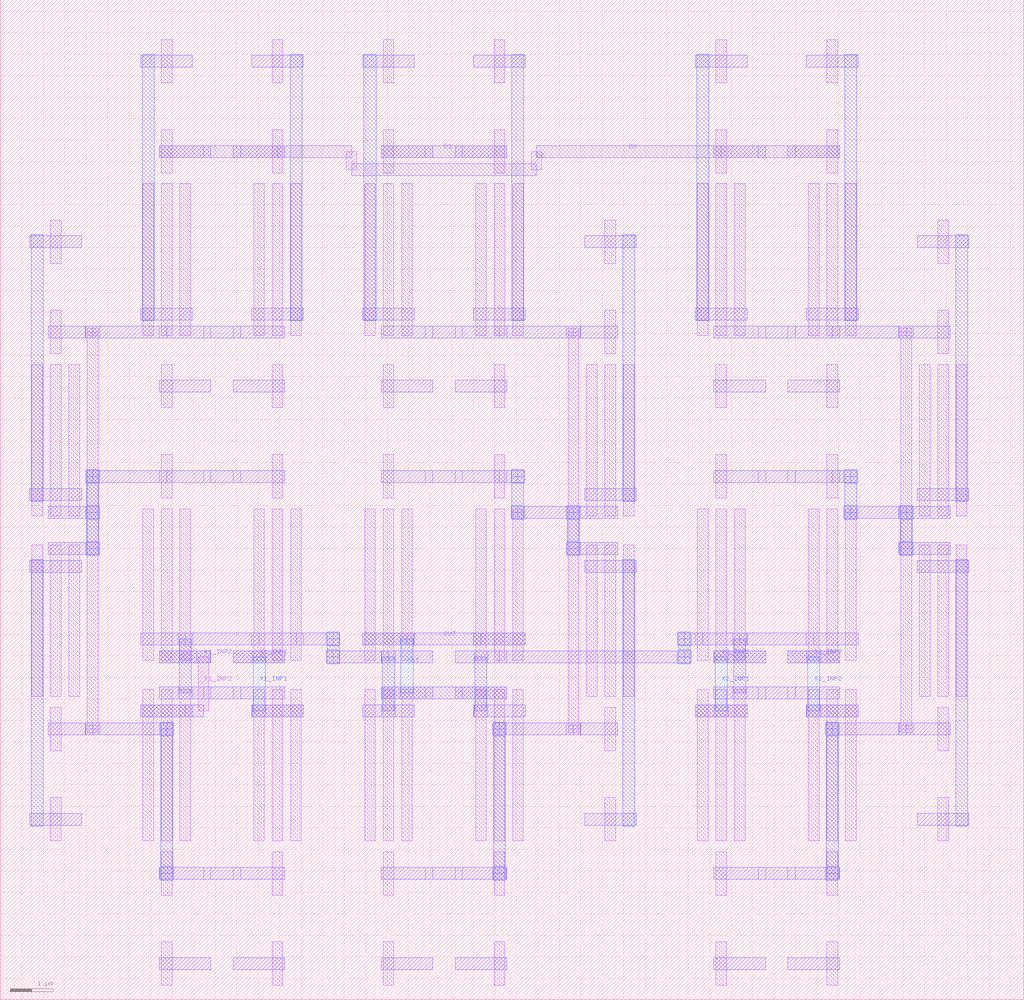
<source format=lef>
MACRO TWOBIT_DAC
  ORIGIN 0 0 ;
  FOREIGN TWOBIT_DAC 0 0 ;
  SIZE 23.81 BY 23.27 ;
  PIN D0
    DIRECTION INOUT ;
    USE SIGNAL ;
    PORT 
      LAYER M2 ;
        RECT 3.7 19.6 4.9 19.88 ;
      LAYER M2 ;
        RECT 5.42 19.6 6.62 19.88 ;
      LAYER M2 ;
        RECT 4.73 19.6 5.59 19.88 ;
      LAYER M2 ;
        RECT 16.6 19.6 17.8 19.88 ;
      LAYER M2 ;
        RECT 18.32 19.6 19.52 19.88 ;
      LAYER M2 ;
        RECT 17.63 19.6 18.49 19.88 ;
      LAYER M2 ;
        RECT 6.45 19.6 8.17 19.88 ;
      LAYER M1 ;
        RECT 8.045 19.32 8.295 19.74 ;
      LAYER M2 ;
        RECT 8.17 19.18 12.47 19.46 ;
      LAYER M1 ;
        RECT 12.345 19.32 12.595 19.74 ;
      LAYER M2 ;
        RECT 12.47 19.6 16.77 19.88 ;
    END
  END D0
  PIN X2_INP1
    DIRECTION INOUT ;
    USE SIGNAL ;
    PORT 
      LAYER M2 ;
        RECT 16.17 6.58 17.37 6.86 ;
      LAYER M2 ;
        RECT 16.6 7.84 17.8 8.12 ;
      LAYER M2 ;
        RECT 16.61 6.58 16.93 6.86 ;
      LAYER M3 ;
        RECT 16.63 6.72 16.91 7.98 ;
      LAYER M2 ;
        RECT 16.61 7.84 16.93 8.12 ;
    END
  END X2_INP1
  PIN X2_INP2
    DIRECTION INOUT ;
    USE SIGNAL ;
    PORT 
      LAYER M2 ;
        RECT 18.75 6.58 19.95 6.86 ;
      LAYER M2 ;
        RECT 18.32 7.84 19.52 8.12 ;
      LAYER M2 ;
        RECT 18.76 6.58 19.08 6.86 ;
      LAYER M3 ;
        RECT 18.78 6.72 19.06 7.98 ;
      LAYER M2 ;
        RECT 18.76 7.84 19.08 8.12 ;
    END
  END X2_INP2
  PIN X1_INP1
    DIRECTION INOUT ;
    USE SIGNAL ;
    PORT 
      LAYER M2 ;
        RECT 5.85 6.58 7.05 6.86 ;
      LAYER M2 ;
        RECT 5.42 7.84 6.62 8.12 ;
      LAYER M2 ;
        RECT 5.86 6.58 6.18 6.86 ;
      LAYER M3 ;
        RECT 5.88 6.72 6.16 7.98 ;
      LAYER M2 ;
        RECT 5.86 7.84 6.18 8.12 ;
    END
  END X1_INP1
  PIN X1_INP2
    DIRECTION INOUT ;
    USE SIGNAL ;
    PORT 
      LAYER M2 ;
        RECT 3.27 6.58 4.47 6.86 ;
      LAYER M2 ;
        RECT 3.7 7.84 4.9 8.12 ;
      LAYER M2 ;
        RECT 4.3 6.58 4.73 6.86 ;
      LAYER M1 ;
        RECT 4.605 6.72 4.855 7.98 ;
      LAYER M2 ;
        RECT 4.57 7.84 4.89 8.12 ;
    END
  END X1_INP2
  PIN D1
    DIRECTION INOUT ;
    USE SIGNAL ;
    PORT 
      LAYER M2 ;
        RECT 8.86 19.6 10.06 19.88 ;
      LAYER M2 ;
        RECT 10.58 19.6 11.78 19.88 ;
      LAYER M2 ;
        RECT 9.89 19.6 10.75 19.88 ;
    END
  END D1
  PIN OUT
    DIRECTION INOUT ;
    USE SIGNAL ;
    PORT 
      LAYER M2 ;
        RECT 8.86 7 10.06 7.28 ;
      LAYER M2 ;
        RECT 8.43 8.26 9.63 8.54 ;
      LAYER M2 ;
        RECT 10.58 7 11.78 7.28 ;
      LAYER M2 ;
        RECT 11.01 8.26 12.21 8.54 ;
      LAYER M2 ;
        RECT 9.3 7 9.62 7.28 ;
      LAYER M3 ;
        RECT 9.32 7.14 9.6 8.4 ;
      LAYER M2 ;
        RECT 9.3 8.26 9.62 8.54 ;
      LAYER M2 ;
        RECT 9.89 7 10.75 7.28 ;
      LAYER M2 ;
        RECT 9.46 8.26 11.18 8.54 ;
    END
  END OUT
  OBS 
  LAYER M2 ;
        RECT 11.01 6.58 12.21 6.86 ;
  LAYER M2 ;
        RECT 10.58 7.84 11.78 8.12 ;
  LAYER M2 ;
        RECT 11.02 6.58 11.34 6.86 ;
  LAYER M3 ;
        RECT 11.04 6.72 11.32 7.98 ;
  LAYER M2 ;
        RECT 11.02 7.84 11.34 8.12 ;
  LAYER M2 ;
        RECT 16.6 7 17.8 7.28 ;
  LAYER M2 ;
        RECT 16.17 8.26 17.37 8.54 ;
  LAYER M2 ;
        RECT 18.32 7 19.52 7.28 ;
  LAYER M2 ;
        RECT 18.75 8.26 19.95 8.54 ;
  LAYER M2 ;
        RECT 17.04 7 17.36 7.28 ;
  LAYER M3 ;
        RECT 17.06 7.14 17.34 8.4 ;
  LAYER M2 ;
        RECT 17.04 8.26 17.36 8.54 ;
  LAYER M2 ;
        RECT 17.63 7 18.49 7.28 ;
  LAYER M2 ;
        RECT 17.2 8.26 18.92 8.54 ;
  LAYER M2 ;
        RECT 11.61 7.84 15.91 8.12 ;
  LAYER M3 ;
        RECT 15.77 7.98 16.05 8.4 ;
  LAYER M2 ;
        RECT 15.91 8.26 16.34 8.54 ;
  LAYER M2 ;
        RECT 15.75 7.84 16.07 8.12 ;
  LAYER M3 ;
        RECT 15.77 7.82 16.05 8.14 ;
  LAYER M2 ;
        RECT 15.75 8.26 16.07 8.54 ;
  LAYER M3 ;
        RECT 15.77 8.24 16.05 8.56 ;
  LAYER M2 ;
        RECT 15.75 7.84 16.07 8.12 ;
  LAYER M3 ;
        RECT 15.77 7.82 16.05 8.14 ;
  LAYER M2 ;
        RECT 15.75 8.26 16.07 8.54 ;
  LAYER M3 ;
        RECT 15.77 8.24 16.05 8.56 ;
  LAYER M2 ;
        RECT 3.7 7 4.9 7.28 ;
  LAYER M2 ;
        RECT 3.27 8.26 4.47 8.54 ;
  LAYER M2 ;
        RECT 5.42 7 6.62 7.28 ;
  LAYER M2 ;
        RECT 5.85 8.26 7.05 8.54 ;
  LAYER M2 ;
        RECT 4.14 7 4.46 7.28 ;
  LAYER M3 ;
        RECT 4.16 7.14 4.44 8.4 ;
  LAYER M2 ;
        RECT 4.14 8.26 4.46 8.54 ;
  LAYER M2 ;
        RECT 4.73 7 5.59 7.28 ;
  LAYER M2 ;
        RECT 4.3 8.26 6.02 8.54 ;
  LAYER M2 ;
        RECT 8.43 6.58 9.63 6.86 ;
  LAYER M2 ;
        RECT 8.86 7.84 10.06 8.12 ;
  LAYER M2 ;
        RECT 8.87 6.58 9.19 6.86 ;
  LAYER M3 ;
        RECT 8.89 6.72 9.17 7.98 ;
  LAYER M2 ;
        RECT 8.87 7.84 9.19 8.12 ;
  LAYER M2 ;
        RECT 6.88 8.26 7.74 8.54 ;
  LAYER M3 ;
        RECT 7.6 7.98 7.88 8.4 ;
  LAYER M2 ;
        RECT 7.74 7.84 9.03 8.12 ;
  LAYER M2 ;
        RECT 7.58 7.84 7.9 8.12 ;
  LAYER M3 ;
        RECT 7.6 7.82 7.88 8.14 ;
  LAYER M2 ;
        RECT 7.58 8.26 7.9 8.54 ;
  LAYER M3 ;
        RECT 7.6 8.24 7.88 8.56 ;
  LAYER M2 ;
        RECT 7.58 7.84 7.9 8.12 ;
  LAYER M3 ;
        RECT 7.6 7.82 7.88 8.14 ;
  LAYER M2 ;
        RECT 7.58 8.26 7.9 8.54 ;
  LAYER M3 ;
        RECT 7.6 8.24 7.88 8.56 ;
  LAYER M2 ;
        RECT 16.6 2.8 17.8 3.08 ;
  LAYER M2 ;
        RECT 18.32 2.8 19.52 3.08 ;
  LAYER M2 ;
        RECT 20.9 6.16 22.1 6.44 ;
  LAYER M2 ;
        RECT 20.9 15.4 22.1 15.68 ;
  LAYER M2 ;
        RECT 18.32 15.4 19.52 15.68 ;
  LAYER M2 ;
        RECT 16.6 15.4 17.8 15.68 ;
  LAYER M2 ;
        RECT 17.63 2.8 18.49 3.08 ;
  LAYER M2 ;
        RECT 19.19 2.8 19.51 3.08 ;
  LAYER M3 ;
        RECT 19.21 2.94 19.49 6.3 ;
  LAYER M2 ;
        RECT 19.35 6.16 21.07 6.44 ;
  LAYER M2 ;
        RECT 20.91 6.16 21.23 6.44 ;
  LAYER M1 ;
        RECT 20.945 6.3 21.195 15.54 ;
  LAYER M2 ;
        RECT 20.91 15.4 21.23 15.68 ;
  LAYER M2 ;
        RECT 19.35 15.4 21.07 15.68 ;
  LAYER M2 ;
        RECT 17.63 15.4 18.49 15.68 ;
  LAYER M2 ;
        RECT 19.19 2.8 19.51 3.08 ;
  LAYER M3 ;
        RECT 19.21 2.78 19.49 3.1 ;
  LAYER M2 ;
        RECT 19.19 6.16 19.51 6.44 ;
  LAYER M3 ;
        RECT 19.21 6.14 19.49 6.46 ;
  LAYER M2 ;
        RECT 19.19 2.8 19.51 3.08 ;
  LAYER M3 ;
        RECT 19.21 2.78 19.49 3.1 ;
  LAYER M2 ;
        RECT 19.19 6.16 19.51 6.44 ;
  LAYER M3 ;
        RECT 19.21 6.14 19.49 6.46 ;
  LAYER M1 ;
        RECT 20.945 6.215 21.195 6.385 ;
  LAYER M2 ;
        RECT 20.9 6.16 21.24 6.44 ;
  LAYER M1 ;
        RECT 20.945 15.455 21.195 15.625 ;
  LAYER M2 ;
        RECT 20.9 15.4 21.24 15.68 ;
  LAYER M2 ;
        RECT 19.19 2.8 19.51 3.08 ;
  LAYER M3 ;
        RECT 19.21 2.78 19.49 3.1 ;
  LAYER M2 ;
        RECT 19.19 6.16 19.51 6.44 ;
  LAYER M3 ;
        RECT 19.21 6.14 19.49 6.46 ;
  LAYER M1 ;
        RECT 20.945 6.215 21.195 6.385 ;
  LAYER M2 ;
        RECT 20.9 6.16 21.24 6.44 ;
  LAYER M1 ;
        RECT 20.945 15.455 21.195 15.625 ;
  LAYER M2 ;
        RECT 20.9 15.4 21.24 15.68 ;
  LAYER M2 ;
        RECT 19.19 2.8 19.51 3.08 ;
  LAYER M3 ;
        RECT 19.21 2.78 19.49 3.1 ;
  LAYER M2 ;
        RECT 19.19 6.16 19.51 6.44 ;
  LAYER M3 ;
        RECT 19.21 6.14 19.49 6.46 ;
  LAYER M1 ;
        RECT 20.945 6.215 21.195 6.385 ;
  LAYER M2 ;
        RECT 20.9 6.16 21.24 6.44 ;
  LAYER M1 ;
        RECT 20.945 15.455 21.195 15.625 ;
  LAYER M2 ;
        RECT 20.9 15.4 21.24 15.68 ;
  LAYER M2 ;
        RECT 19.19 2.8 19.51 3.08 ;
  LAYER M3 ;
        RECT 19.21 2.78 19.49 3.1 ;
  LAYER M2 ;
        RECT 19.19 6.16 19.51 6.44 ;
  LAYER M3 ;
        RECT 19.21 6.14 19.49 6.46 ;
  LAYER M1 ;
        RECT 20.945 6.215 21.195 6.385 ;
  LAYER M2 ;
        RECT 20.9 6.16 21.24 6.44 ;
  LAYER M1 ;
        RECT 20.945 15.455 21.195 15.625 ;
  LAYER M2 ;
        RECT 20.9 15.4 21.24 15.68 ;
  LAYER M2 ;
        RECT 19.19 2.8 19.51 3.08 ;
  LAYER M3 ;
        RECT 19.21 2.78 19.49 3.1 ;
  LAYER M2 ;
        RECT 19.19 6.16 19.51 6.44 ;
  LAYER M3 ;
        RECT 19.21 6.14 19.49 6.46 ;
  LAYER M1 ;
        RECT 20.945 6.215 21.195 6.385 ;
  LAYER M2 ;
        RECT 20.9 6.16 21.24 6.44 ;
  LAYER M1 ;
        RECT 20.945 15.455 21.195 15.625 ;
  LAYER M2 ;
        RECT 20.9 15.4 21.24 15.68 ;
  LAYER M2 ;
        RECT 19.19 2.8 19.51 3.08 ;
  LAYER M3 ;
        RECT 19.21 2.78 19.49 3.1 ;
  LAYER M2 ;
        RECT 19.19 6.16 19.51 6.44 ;
  LAYER M3 ;
        RECT 19.21 6.14 19.49 6.46 ;
  LAYER M1 ;
        RECT 20.945 6.215 21.195 6.385 ;
  LAYER M2 ;
        RECT 20.9 6.16 21.24 6.44 ;
  LAYER M1 ;
        RECT 20.945 15.455 21.195 15.625 ;
  LAYER M2 ;
        RECT 20.9 15.4 21.24 15.68 ;
  LAYER M2 ;
        RECT 19.19 2.8 19.51 3.08 ;
  LAYER M3 ;
        RECT 19.21 2.78 19.49 3.1 ;
  LAYER M2 ;
        RECT 19.19 6.16 19.51 6.44 ;
  LAYER M3 ;
        RECT 19.21 6.14 19.49 6.46 ;
  LAYER M2 ;
        RECT 16.6 12.04 17.8 12.32 ;
  LAYER M2 ;
        RECT 18.32 12.04 19.52 12.32 ;
  LAYER M2 ;
        RECT 20.9 11.2 22.1 11.48 ;
  LAYER M2 ;
        RECT 20.9 10.36 22.1 10.64 ;
  LAYER M2 ;
        RECT 17.63 12.04 18.49 12.32 ;
  LAYER M2 ;
        RECT 19.35 12.04 19.78 12.32 ;
  LAYER M3 ;
        RECT 19.64 11.34 19.92 12.18 ;
  LAYER M2 ;
        RECT 19.78 11.2 21.07 11.48 ;
  LAYER M2 ;
        RECT 20.91 11.2 21.23 11.48 ;
  LAYER M3 ;
        RECT 20.93 10.5 21.21 11.34 ;
  LAYER M2 ;
        RECT 20.91 10.36 21.23 10.64 ;
  LAYER M2 ;
        RECT 19.62 11.2 19.94 11.48 ;
  LAYER M3 ;
        RECT 19.64 11.18 19.92 11.5 ;
  LAYER M2 ;
        RECT 19.62 12.04 19.94 12.32 ;
  LAYER M3 ;
        RECT 19.64 12.02 19.92 12.34 ;
  LAYER M2 ;
        RECT 19.62 11.2 19.94 11.48 ;
  LAYER M3 ;
        RECT 19.64 11.18 19.92 11.5 ;
  LAYER M2 ;
        RECT 19.62 12.04 19.94 12.32 ;
  LAYER M3 ;
        RECT 19.64 12.02 19.92 12.34 ;
  LAYER M2 ;
        RECT 19.62 11.2 19.94 11.48 ;
  LAYER M3 ;
        RECT 19.64 11.18 19.92 11.5 ;
  LAYER M2 ;
        RECT 19.62 12.04 19.94 12.32 ;
  LAYER M3 ;
        RECT 19.64 12.02 19.92 12.34 ;
  LAYER M2 ;
        RECT 20.91 10.36 21.23 10.64 ;
  LAYER M3 ;
        RECT 20.93 10.34 21.21 10.66 ;
  LAYER M2 ;
        RECT 20.91 11.2 21.23 11.48 ;
  LAYER M3 ;
        RECT 20.93 11.18 21.21 11.5 ;
  LAYER M2 ;
        RECT 19.62 11.2 19.94 11.48 ;
  LAYER M3 ;
        RECT 19.64 11.18 19.92 11.5 ;
  LAYER M2 ;
        RECT 19.62 12.04 19.94 12.32 ;
  LAYER M3 ;
        RECT 19.64 12.02 19.92 12.34 ;
  LAYER M2 ;
        RECT 20.91 10.36 21.23 10.64 ;
  LAYER M3 ;
        RECT 20.93 10.34 21.21 10.66 ;
  LAYER M2 ;
        RECT 20.91 11.2 21.23 11.48 ;
  LAYER M3 ;
        RECT 20.93 11.18 21.21 11.5 ;
  LAYER M1 ;
        RECT 19.225 15.455 19.475 18.985 ;
  LAYER M1 ;
        RECT 19.225 19.235 19.475 20.245 ;
  LAYER M1 ;
        RECT 19.225 21.335 19.475 22.345 ;
  LAYER M1 ;
        RECT 18.795 15.455 19.045 18.985 ;
  LAYER M1 ;
        RECT 19.655 15.455 19.905 18.985 ;
  LAYER M2 ;
        RECT 18.75 21.7 19.95 21.98 ;
  LAYER M2 ;
        RECT 18.75 15.82 19.95 16.1 ;
  LAYER M2 ;
        RECT 18.32 15.4 19.52 15.68 ;
  LAYER M2 ;
        RECT 18.32 19.6 19.52 19.88 ;
  LAYER M3 ;
        RECT 19.64 15.8 19.92 22 ;
  LAYER M1 ;
        RECT 21.805 11.255 22.055 14.785 ;
  LAYER M1 ;
        RECT 21.805 15.035 22.055 16.045 ;
  LAYER M1 ;
        RECT 21.805 17.135 22.055 18.145 ;
  LAYER M1 ;
        RECT 21.375 11.255 21.625 14.785 ;
  LAYER M1 ;
        RECT 22.235 11.255 22.485 14.785 ;
  LAYER M2 ;
        RECT 21.33 17.5 22.53 17.78 ;
  LAYER M2 ;
        RECT 21.33 11.62 22.53 11.9 ;
  LAYER M2 ;
        RECT 20.9 11.2 22.1 11.48 ;
  LAYER M2 ;
        RECT 20.9 15.4 22.1 15.68 ;
  LAYER M3 ;
        RECT 22.22 11.6 22.5 17.8 ;
  LAYER M1 ;
        RECT 16.645 15.455 16.895 18.985 ;
  LAYER M1 ;
        RECT 16.645 19.235 16.895 20.245 ;
  LAYER M1 ;
        RECT 16.645 21.335 16.895 22.345 ;
  LAYER M1 ;
        RECT 17.075 15.455 17.325 18.985 ;
  LAYER M1 ;
        RECT 16.215 15.455 16.465 18.985 ;
  LAYER M2 ;
        RECT 16.17 21.7 17.37 21.98 ;
  LAYER M2 ;
        RECT 16.17 15.82 17.37 16.1 ;
  LAYER M2 ;
        RECT 16.6 15.4 17.8 15.68 ;
  LAYER M2 ;
        RECT 16.6 19.6 17.8 19.88 ;
  LAYER M3 ;
        RECT 16.2 15.8 16.48 22 ;
  LAYER M1 ;
        RECT 21.805 7.055 22.055 10.585 ;
  LAYER M1 ;
        RECT 21.805 5.795 22.055 6.805 ;
  LAYER M1 ;
        RECT 21.805 3.695 22.055 4.705 ;
  LAYER M1 ;
        RECT 21.375 7.055 21.625 10.585 ;
  LAYER M1 ;
        RECT 22.235 7.055 22.485 10.585 ;
  LAYER M2 ;
        RECT 21.33 4.06 22.53 4.34 ;
  LAYER M2 ;
        RECT 21.33 9.94 22.53 10.22 ;
  LAYER M2 ;
        RECT 20.9 10.36 22.1 10.64 ;
  LAYER M2 ;
        RECT 20.9 6.16 22.1 6.44 ;
  LAYER M3 ;
        RECT 22.22 4.04 22.5 10.24 ;
  LAYER M1 ;
        RECT 16.645 7.895 16.895 11.425 ;
  LAYER M1 ;
        RECT 16.645 11.675 16.895 12.685 ;
  LAYER M1 ;
        RECT 16.645 13.775 16.895 14.785 ;
  LAYER M1 ;
        RECT 17.075 7.895 17.325 11.425 ;
  LAYER M1 ;
        RECT 16.215 7.895 16.465 11.425 ;
  LAYER M2 ;
        RECT 16.6 14.14 17.8 14.42 ;
  LAYER M2 ;
        RECT 16.6 7.84 17.8 8.12 ;
  LAYER M2 ;
        RECT 16.6 12.04 17.8 12.32 ;
  LAYER M2 ;
        RECT 16.17 8.26 17.37 8.54 ;
  LAYER M1 ;
        RECT 19.225 3.695 19.475 7.225 ;
  LAYER M1 ;
        RECT 19.225 2.435 19.475 3.445 ;
  LAYER M1 ;
        RECT 19.225 0.335 19.475 1.345 ;
  LAYER M1 ;
        RECT 18.795 3.695 19.045 7.225 ;
  LAYER M1 ;
        RECT 19.655 3.695 19.905 7.225 ;
  LAYER M2 ;
        RECT 18.32 0.7 19.52 0.98 ;
  LAYER M2 ;
        RECT 18.32 7 19.52 7.28 ;
  LAYER M2 ;
        RECT 18.32 2.8 19.52 3.08 ;
  LAYER M2 ;
        RECT 18.75 6.58 19.95 6.86 ;
  LAYER M1 ;
        RECT 19.225 7.895 19.475 11.425 ;
  LAYER M1 ;
        RECT 19.225 11.675 19.475 12.685 ;
  LAYER M1 ;
        RECT 19.225 13.775 19.475 14.785 ;
  LAYER M1 ;
        RECT 18.795 7.895 19.045 11.425 ;
  LAYER M1 ;
        RECT 19.655 7.895 19.905 11.425 ;
  LAYER M2 ;
        RECT 18.32 14.14 19.52 14.42 ;
  LAYER M2 ;
        RECT 18.32 7.84 19.52 8.12 ;
  LAYER M2 ;
        RECT 18.32 12.04 19.52 12.32 ;
  LAYER M2 ;
        RECT 18.75 8.26 19.95 8.54 ;
  LAYER M1 ;
        RECT 16.645 3.695 16.895 7.225 ;
  LAYER M1 ;
        RECT 16.645 2.435 16.895 3.445 ;
  LAYER M1 ;
        RECT 16.645 0.335 16.895 1.345 ;
  LAYER M1 ;
        RECT 17.075 3.695 17.325 7.225 ;
  LAYER M1 ;
        RECT 16.215 3.695 16.465 7.225 ;
  LAYER M2 ;
        RECT 16.6 0.7 17.8 0.98 ;
  LAYER M2 ;
        RECT 16.6 7 17.8 7.28 ;
  LAYER M2 ;
        RECT 16.6 2.8 17.8 3.08 ;
  LAYER M2 ;
        RECT 16.17 6.58 17.37 6.86 ;
  LAYER M2 ;
        RECT 3.7 2.8 4.9 3.08 ;
  LAYER M2 ;
        RECT 5.42 2.8 6.62 3.08 ;
  LAYER M2 ;
        RECT 1.12 6.16 2.32 6.44 ;
  LAYER M2 ;
        RECT 1.12 15.4 2.32 15.68 ;
  LAYER M2 ;
        RECT 3.7 15.4 4.9 15.68 ;
  LAYER M2 ;
        RECT 5.42 15.4 6.62 15.68 ;
  LAYER M2 ;
        RECT 4.73 2.8 5.59 3.08 ;
  LAYER M2 ;
        RECT 3.71 2.8 4.03 3.08 ;
  LAYER M3 ;
        RECT 3.73 2.94 4.01 6.3 ;
  LAYER M2 ;
        RECT 2.15 6.16 3.87 6.44 ;
  LAYER M2 ;
        RECT 1.99 6.16 2.31 6.44 ;
  LAYER M1 ;
        RECT 2.025 6.3 2.275 15.54 ;
  LAYER M2 ;
        RECT 1.99 15.4 2.31 15.68 ;
  LAYER M2 ;
        RECT 2.15 15.4 3.87 15.68 ;
  LAYER M2 ;
        RECT 4.73 15.4 5.59 15.68 ;
  LAYER M2 ;
        RECT 3.71 2.8 4.03 3.08 ;
  LAYER M3 ;
        RECT 3.73 2.78 4.01 3.1 ;
  LAYER M2 ;
        RECT 3.71 6.16 4.03 6.44 ;
  LAYER M3 ;
        RECT 3.73 6.14 4.01 6.46 ;
  LAYER M2 ;
        RECT 3.71 2.8 4.03 3.08 ;
  LAYER M3 ;
        RECT 3.73 2.78 4.01 3.1 ;
  LAYER M2 ;
        RECT 3.71 6.16 4.03 6.44 ;
  LAYER M3 ;
        RECT 3.73 6.14 4.01 6.46 ;
  LAYER M1 ;
        RECT 2.025 6.215 2.275 6.385 ;
  LAYER M2 ;
        RECT 1.98 6.16 2.32 6.44 ;
  LAYER M1 ;
        RECT 2.025 15.455 2.275 15.625 ;
  LAYER M2 ;
        RECT 1.98 15.4 2.32 15.68 ;
  LAYER M2 ;
        RECT 3.71 2.8 4.03 3.08 ;
  LAYER M3 ;
        RECT 3.73 2.78 4.01 3.1 ;
  LAYER M2 ;
        RECT 3.71 6.16 4.03 6.44 ;
  LAYER M3 ;
        RECT 3.73 6.14 4.01 6.46 ;
  LAYER M1 ;
        RECT 2.025 6.215 2.275 6.385 ;
  LAYER M2 ;
        RECT 1.98 6.16 2.32 6.44 ;
  LAYER M1 ;
        RECT 2.025 15.455 2.275 15.625 ;
  LAYER M2 ;
        RECT 1.98 15.4 2.32 15.68 ;
  LAYER M2 ;
        RECT 3.71 2.8 4.03 3.08 ;
  LAYER M3 ;
        RECT 3.73 2.78 4.01 3.1 ;
  LAYER M2 ;
        RECT 3.71 6.16 4.03 6.44 ;
  LAYER M3 ;
        RECT 3.73 6.14 4.01 6.46 ;
  LAYER M1 ;
        RECT 2.025 6.215 2.275 6.385 ;
  LAYER M2 ;
        RECT 1.98 6.16 2.32 6.44 ;
  LAYER M1 ;
        RECT 2.025 15.455 2.275 15.625 ;
  LAYER M2 ;
        RECT 1.98 15.4 2.32 15.68 ;
  LAYER M2 ;
        RECT 3.71 2.8 4.03 3.08 ;
  LAYER M3 ;
        RECT 3.73 2.78 4.01 3.1 ;
  LAYER M2 ;
        RECT 3.71 6.16 4.03 6.44 ;
  LAYER M3 ;
        RECT 3.73 6.14 4.01 6.46 ;
  LAYER M1 ;
        RECT 2.025 6.215 2.275 6.385 ;
  LAYER M2 ;
        RECT 1.98 6.16 2.32 6.44 ;
  LAYER M1 ;
        RECT 2.025 15.455 2.275 15.625 ;
  LAYER M2 ;
        RECT 1.98 15.4 2.32 15.68 ;
  LAYER M2 ;
        RECT 3.71 2.8 4.03 3.08 ;
  LAYER M3 ;
        RECT 3.73 2.78 4.01 3.1 ;
  LAYER M2 ;
        RECT 3.71 6.16 4.03 6.44 ;
  LAYER M3 ;
        RECT 3.73 6.14 4.01 6.46 ;
  LAYER M1 ;
        RECT 2.025 6.215 2.275 6.385 ;
  LAYER M2 ;
        RECT 1.98 6.16 2.32 6.44 ;
  LAYER M1 ;
        RECT 2.025 15.455 2.275 15.625 ;
  LAYER M2 ;
        RECT 1.98 15.4 2.32 15.68 ;
  LAYER M2 ;
        RECT 3.71 2.8 4.03 3.08 ;
  LAYER M3 ;
        RECT 3.73 2.78 4.01 3.1 ;
  LAYER M2 ;
        RECT 3.71 6.16 4.03 6.44 ;
  LAYER M3 ;
        RECT 3.73 6.14 4.01 6.46 ;
  LAYER M1 ;
        RECT 2.025 6.215 2.275 6.385 ;
  LAYER M2 ;
        RECT 1.98 6.16 2.32 6.44 ;
  LAYER M1 ;
        RECT 2.025 15.455 2.275 15.625 ;
  LAYER M2 ;
        RECT 1.98 15.4 2.32 15.68 ;
  LAYER M2 ;
        RECT 3.71 2.8 4.03 3.08 ;
  LAYER M3 ;
        RECT 3.73 2.78 4.01 3.1 ;
  LAYER M2 ;
        RECT 3.71 6.16 4.03 6.44 ;
  LAYER M3 ;
        RECT 3.73 6.14 4.01 6.46 ;
  LAYER M2 ;
        RECT 1.12 10.36 2.32 10.64 ;
  LAYER M2 ;
        RECT 1.12 11.2 2.32 11.48 ;
  LAYER M2 ;
        RECT 3.7 12.04 4.9 12.32 ;
  LAYER M2 ;
        RECT 5.42 12.04 6.62 12.32 ;
  LAYER M2 ;
        RECT 1.99 10.36 2.31 10.64 ;
  LAYER M3 ;
        RECT 2.01 10.5 2.29 11.34 ;
  LAYER M2 ;
        RECT 1.99 11.2 2.31 11.48 ;
  LAYER M3 ;
        RECT 2.01 11.34 2.29 12.18 ;
  LAYER M2 ;
        RECT 2.15 12.04 3.87 12.32 ;
  LAYER M2 ;
        RECT 4.73 12.04 5.59 12.32 ;
  LAYER M2 ;
        RECT 1.99 10.36 2.31 10.64 ;
  LAYER M3 ;
        RECT 2.01 10.34 2.29 10.66 ;
  LAYER M2 ;
        RECT 1.99 11.2 2.31 11.48 ;
  LAYER M3 ;
        RECT 2.01 11.18 2.29 11.5 ;
  LAYER M2 ;
        RECT 1.99 10.36 2.31 10.64 ;
  LAYER M3 ;
        RECT 2.01 10.34 2.29 10.66 ;
  LAYER M2 ;
        RECT 1.99 11.2 2.31 11.48 ;
  LAYER M3 ;
        RECT 2.01 11.18 2.29 11.5 ;
  LAYER M2 ;
        RECT 1.99 10.36 2.31 10.64 ;
  LAYER M3 ;
        RECT 2.01 10.34 2.29 10.66 ;
  LAYER M2 ;
        RECT 1.99 11.2 2.31 11.48 ;
  LAYER M3 ;
        RECT 2.01 11.18 2.29 11.5 ;
  LAYER M2 ;
        RECT 1.99 12.04 2.31 12.32 ;
  LAYER M3 ;
        RECT 2.01 12.02 2.29 12.34 ;
  LAYER M2 ;
        RECT 1.99 10.36 2.31 10.64 ;
  LAYER M3 ;
        RECT 2.01 10.34 2.29 10.66 ;
  LAYER M2 ;
        RECT 1.99 11.2 2.31 11.48 ;
  LAYER M3 ;
        RECT 2.01 11.18 2.29 11.5 ;
  LAYER M2 ;
        RECT 1.99 12.04 2.31 12.32 ;
  LAYER M3 ;
        RECT 2.01 12.02 2.29 12.34 ;
  LAYER M2 ;
        RECT 1.99 10.36 2.31 10.64 ;
  LAYER M3 ;
        RECT 2.01 10.34 2.29 10.66 ;
  LAYER M2 ;
        RECT 1.99 11.2 2.31 11.48 ;
  LAYER M3 ;
        RECT 2.01 11.18 2.29 11.5 ;
  LAYER M2 ;
        RECT 1.99 12.04 2.31 12.32 ;
  LAYER M3 ;
        RECT 2.01 12.02 2.29 12.34 ;
  LAYER M2 ;
        RECT 1.99 10.36 2.31 10.64 ;
  LAYER M3 ;
        RECT 2.01 10.34 2.29 10.66 ;
  LAYER M2 ;
        RECT 1.99 11.2 2.31 11.48 ;
  LAYER M3 ;
        RECT 2.01 11.18 2.29 11.5 ;
  LAYER M2 ;
        RECT 1.99 12.04 2.31 12.32 ;
  LAYER M3 ;
        RECT 2.01 12.02 2.29 12.34 ;
  LAYER M1 ;
        RECT 3.745 15.455 3.995 18.985 ;
  LAYER M1 ;
        RECT 3.745 19.235 3.995 20.245 ;
  LAYER M1 ;
        RECT 3.745 21.335 3.995 22.345 ;
  LAYER M1 ;
        RECT 4.175 15.455 4.425 18.985 ;
  LAYER M1 ;
        RECT 3.315 15.455 3.565 18.985 ;
  LAYER M2 ;
        RECT 3.27 21.7 4.47 21.98 ;
  LAYER M2 ;
        RECT 3.27 15.82 4.47 16.1 ;
  LAYER M2 ;
        RECT 3.7 15.4 4.9 15.68 ;
  LAYER M2 ;
        RECT 3.7 19.6 4.9 19.88 ;
  LAYER M3 ;
        RECT 3.3 15.8 3.58 22 ;
  LAYER M1 ;
        RECT 1.165 11.255 1.415 14.785 ;
  LAYER M1 ;
        RECT 1.165 15.035 1.415 16.045 ;
  LAYER M1 ;
        RECT 1.165 17.135 1.415 18.145 ;
  LAYER M1 ;
        RECT 1.595 11.255 1.845 14.785 ;
  LAYER M1 ;
        RECT 0.735 11.255 0.985 14.785 ;
  LAYER M2 ;
        RECT 0.69 17.5 1.89 17.78 ;
  LAYER M2 ;
        RECT 0.69 11.62 1.89 11.9 ;
  LAYER M2 ;
        RECT 1.12 11.2 2.32 11.48 ;
  LAYER M2 ;
        RECT 1.12 15.4 2.32 15.68 ;
  LAYER M3 ;
        RECT 0.72 11.6 1 17.8 ;
  LAYER M1 ;
        RECT 6.325 15.455 6.575 18.985 ;
  LAYER M1 ;
        RECT 6.325 19.235 6.575 20.245 ;
  LAYER M1 ;
        RECT 6.325 21.335 6.575 22.345 ;
  LAYER M1 ;
        RECT 5.895 15.455 6.145 18.985 ;
  LAYER M1 ;
        RECT 6.755 15.455 7.005 18.985 ;
  LAYER M2 ;
        RECT 5.85 21.7 7.05 21.98 ;
  LAYER M2 ;
        RECT 5.85 15.82 7.05 16.1 ;
  LAYER M2 ;
        RECT 5.42 15.4 6.62 15.68 ;
  LAYER M2 ;
        RECT 5.42 19.6 6.62 19.88 ;
  LAYER M3 ;
        RECT 6.74 15.8 7.02 22 ;
  LAYER M1 ;
        RECT 1.165 7.055 1.415 10.585 ;
  LAYER M1 ;
        RECT 1.165 5.795 1.415 6.805 ;
  LAYER M1 ;
        RECT 1.165 3.695 1.415 4.705 ;
  LAYER M1 ;
        RECT 1.595 7.055 1.845 10.585 ;
  LAYER M1 ;
        RECT 0.735 7.055 0.985 10.585 ;
  LAYER M2 ;
        RECT 0.69 4.06 1.89 4.34 ;
  LAYER M2 ;
        RECT 0.69 9.94 1.89 10.22 ;
  LAYER M2 ;
        RECT 1.12 10.36 2.32 10.64 ;
  LAYER M2 ;
        RECT 1.12 6.16 2.32 6.44 ;
  LAYER M3 ;
        RECT 0.72 4.04 1 10.24 ;
  LAYER M1 ;
        RECT 6.325 7.895 6.575 11.425 ;
  LAYER M1 ;
        RECT 6.325 11.675 6.575 12.685 ;
  LAYER M1 ;
        RECT 6.325 13.775 6.575 14.785 ;
  LAYER M1 ;
        RECT 5.895 7.895 6.145 11.425 ;
  LAYER M1 ;
        RECT 6.755 7.895 7.005 11.425 ;
  LAYER M2 ;
        RECT 5.42 14.14 6.62 14.42 ;
  LAYER M2 ;
        RECT 5.42 7.84 6.62 8.12 ;
  LAYER M2 ;
        RECT 5.42 12.04 6.62 12.32 ;
  LAYER M2 ;
        RECT 5.85 8.26 7.05 8.54 ;
  LAYER M1 ;
        RECT 3.745 3.695 3.995 7.225 ;
  LAYER M1 ;
        RECT 3.745 2.435 3.995 3.445 ;
  LAYER M1 ;
        RECT 3.745 0.335 3.995 1.345 ;
  LAYER M1 ;
        RECT 4.175 3.695 4.425 7.225 ;
  LAYER M1 ;
        RECT 3.315 3.695 3.565 7.225 ;
  LAYER M2 ;
        RECT 3.7 0.7 4.9 0.98 ;
  LAYER M2 ;
        RECT 3.7 7 4.9 7.28 ;
  LAYER M2 ;
        RECT 3.7 2.8 4.9 3.08 ;
  LAYER M2 ;
        RECT 3.27 6.58 4.47 6.86 ;
  LAYER M1 ;
        RECT 3.745 7.895 3.995 11.425 ;
  LAYER M1 ;
        RECT 3.745 11.675 3.995 12.685 ;
  LAYER M1 ;
        RECT 3.745 13.775 3.995 14.785 ;
  LAYER M1 ;
        RECT 4.175 7.895 4.425 11.425 ;
  LAYER M1 ;
        RECT 3.315 7.895 3.565 11.425 ;
  LAYER M2 ;
        RECT 3.7 14.14 4.9 14.42 ;
  LAYER M2 ;
        RECT 3.7 7.84 4.9 8.12 ;
  LAYER M2 ;
        RECT 3.7 12.04 4.9 12.32 ;
  LAYER M2 ;
        RECT 3.27 8.26 4.47 8.54 ;
  LAYER M1 ;
        RECT 6.325 3.695 6.575 7.225 ;
  LAYER M1 ;
        RECT 6.325 2.435 6.575 3.445 ;
  LAYER M1 ;
        RECT 6.325 0.335 6.575 1.345 ;
  LAYER M1 ;
        RECT 5.895 3.695 6.145 7.225 ;
  LAYER M1 ;
        RECT 6.755 3.695 7.005 7.225 ;
  LAYER M2 ;
        RECT 5.42 0.7 6.62 0.98 ;
  LAYER M2 ;
        RECT 5.42 7 6.62 7.28 ;
  LAYER M2 ;
        RECT 5.42 2.8 6.62 3.08 ;
  LAYER M2 ;
        RECT 5.85 6.58 7.05 6.86 ;
  LAYER M2 ;
        RECT 8.86 2.8 10.06 3.08 ;
  LAYER M2 ;
        RECT 10.58 2.8 11.78 3.08 ;
  LAYER M2 ;
        RECT 13.16 6.16 14.36 6.44 ;
  LAYER M2 ;
        RECT 13.16 15.4 14.36 15.68 ;
  LAYER M2 ;
        RECT 10.58 15.4 11.78 15.68 ;
  LAYER M2 ;
        RECT 8.86 15.4 10.06 15.68 ;
  LAYER M2 ;
        RECT 9.89 2.8 10.75 3.08 ;
  LAYER M2 ;
        RECT 11.45 2.8 11.77 3.08 ;
  LAYER M3 ;
        RECT 11.47 2.94 11.75 6.3 ;
  LAYER M2 ;
        RECT 11.61 6.16 13.33 6.44 ;
  LAYER M2 ;
        RECT 13.17 6.16 13.49 6.44 ;
  LAYER M1 ;
        RECT 13.205 6.3 13.455 15.54 ;
  LAYER M2 ;
        RECT 13.17 15.4 13.49 15.68 ;
  LAYER M2 ;
        RECT 11.61 15.4 13.33 15.68 ;
  LAYER M2 ;
        RECT 9.89 15.4 10.75 15.68 ;
  LAYER M2 ;
        RECT 11.45 2.8 11.77 3.08 ;
  LAYER M3 ;
        RECT 11.47 2.78 11.75 3.1 ;
  LAYER M2 ;
        RECT 11.45 6.16 11.77 6.44 ;
  LAYER M3 ;
        RECT 11.47 6.14 11.75 6.46 ;
  LAYER M2 ;
        RECT 11.45 2.8 11.77 3.08 ;
  LAYER M3 ;
        RECT 11.47 2.78 11.75 3.1 ;
  LAYER M2 ;
        RECT 11.45 6.16 11.77 6.44 ;
  LAYER M3 ;
        RECT 11.47 6.14 11.75 6.46 ;
  LAYER M1 ;
        RECT 13.205 6.215 13.455 6.385 ;
  LAYER M2 ;
        RECT 13.16 6.16 13.5 6.44 ;
  LAYER M1 ;
        RECT 13.205 15.455 13.455 15.625 ;
  LAYER M2 ;
        RECT 13.16 15.4 13.5 15.68 ;
  LAYER M2 ;
        RECT 11.45 2.8 11.77 3.08 ;
  LAYER M3 ;
        RECT 11.47 2.78 11.75 3.1 ;
  LAYER M2 ;
        RECT 11.45 6.16 11.77 6.44 ;
  LAYER M3 ;
        RECT 11.47 6.14 11.75 6.46 ;
  LAYER M1 ;
        RECT 13.205 6.215 13.455 6.385 ;
  LAYER M2 ;
        RECT 13.16 6.16 13.5 6.44 ;
  LAYER M1 ;
        RECT 13.205 15.455 13.455 15.625 ;
  LAYER M2 ;
        RECT 13.16 15.4 13.5 15.68 ;
  LAYER M2 ;
        RECT 11.45 2.8 11.77 3.08 ;
  LAYER M3 ;
        RECT 11.47 2.78 11.75 3.1 ;
  LAYER M2 ;
        RECT 11.45 6.16 11.77 6.44 ;
  LAYER M3 ;
        RECT 11.47 6.14 11.75 6.46 ;
  LAYER M1 ;
        RECT 13.205 6.215 13.455 6.385 ;
  LAYER M2 ;
        RECT 13.16 6.16 13.5 6.44 ;
  LAYER M1 ;
        RECT 13.205 15.455 13.455 15.625 ;
  LAYER M2 ;
        RECT 13.16 15.4 13.5 15.68 ;
  LAYER M2 ;
        RECT 11.45 2.8 11.77 3.08 ;
  LAYER M3 ;
        RECT 11.47 2.78 11.75 3.1 ;
  LAYER M2 ;
        RECT 11.45 6.16 11.77 6.44 ;
  LAYER M3 ;
        RECT 11.47 6.14 11.75 6.46 ;
  LAYER M1 ;
        RECT 13.205 6.215 13.455 6.385 ;
  LAYER M2 ;
        RECT 13.16 6.16 13.5 6.44 ;
  LAYER M1 ;
        RECT 13.205 15.455 13.455 15.625 ;
  LAYER M2 ;
        RECT 13.16 15.4 13.5 15.68 ;
  LAYER M2 ;
        RECT 11.45 2.8 11.77 3.08 ;
  LAYER M3 ;
        RECT 11.47 2.78 11.75 3.1 ;
  LAYER M2 ;
        RECT 11.45 6.16 11.77 6.44 ;
  LAYER M3 ;
        RECT 11.47 6.14 11.75 6.46 ;
  LAYER M1 ;
        RECT 13.205 6.215 13.455 6.385 ;
  LAYER M2 ;
        RECT 13.16 6.16 13.5 6.44 ;
  LAYER M1 ;
        RECT 13.205 15.455 13.455 15.625 ;
  LAYER M2 ;
        RECT 13.16 15.4 13.5 15.68 ;
  LAYER M2 ;
        RECT 11.45 2.8 11.77 3.08 ;
  LAYER M3 ;
        RECT 11.47 2.78 11.75 3.1 ;
  LAYER M2 ;
        RECT 11.45 6.16 11.77 6.44 ;
  LAYER M3 ;
        RECT 11.47 6.14 11.75 6.46 ;
  LAYER M1 ;
        RECT 13.205 6.215 13.455 6.385 ;
  LAYER M2 ;
        RECT 13.16 6.16 13.5 6.44 ;
  LAYER M1 ;
        RECT 13.205 15.455 13.455 15.625 ;
  LAYER M2 ;
        RECT 13.16 15.4 13.5 15.68 ;
  LAYER M2 ;
        RECT 11.45 2.8 11.77 3.08 ;
  LAYER M3 ;
        RECT 11.47 2.78 11.75 3.1 ;
  LAYER M2 ;
        RECT 11.45 6.16 11.77 6.44 ;
  LAYER M3 ;
        RECT 11.47 6.14 11.75 6.46 ;
  LAYER M2 ;
        RECT 8.86 12.04 10.06 12.32 ;
  LAYER M2 ;
        RECT 10.58 12.04 11.78 12.32 ;
  LAYER M2 ;
        RECT 13.16 11.2 14.36 11.48 ;
  LAYER M2 ;
        RECT 13.16 10.36 14.36 10.64 ;
  LAYER M2 ;
        RECT 9.89 12.04 10.75 12.32 ;
  LAYER M2 ;
        RECT 11.61 12.04 12.04 12.32 ;
  LAYER M3 ;
        RECT 11.9 11.34 12.18 12.18 ;
  LAYER M2 ;
        RECT 12.04 11.2 13.33 11.48 ;
  LAYER M2 ;
        RECT 13.17 11.2 13.49 11.48 ;
  LAYER M3 ;
        RECT 13.19 10.5 13.47 11.34 ;
  LAYER M2 ;
        RECT 13.17 10.36 13.49 10.64 ;
  LAYER M2 ;
        RECT 11.88 11.2 12.2 11.48 ;
  LAYER M3 ;
        RECT 11.9 11.18 12.18 11.5 ;
  LAYER M2 ;
        RECT 11.88 12.04 12.2 12.32 ;
  LAYER M3 ;
        RECT 11.9 12.02 12.18 12.34 ;
  LAYER M2 ;
        RECT 11.88 11.2 12.2 11.48 ;
  LAYER M3 ;
        RECT 11.9 11.18 12.18 11.5 ;
  LAYER M2 ;
        RECT 11.88 12.04 12.2 12.32 ;
  LAYER M3 ;
        RECT 11.9 12.02 12.18 12.34 ;
  LAYER M2 ;
        RECT 11.88 11.2 12.2 11.48 ;
  LAYER M3 ;
        RECT 11.9 11.18 12.18 11.5 ;
  LAYER M2 ;
        RECT 11.88 12.04 12.2 12.32 ;
  LAYER M3 ;
        RECT 11.9 12.02 12.18 12.34 ;
  LAYER M2 ;
        RECT 13.17 10.36 13.49 10.64 ;
  LAYER M3 ;
        RECT 13.19 10.34 13.47 10.66 ;
  LAYER M2 ;
        RECT 13.17 11.2 13.49 11.48 ;
  LAYER M3 ;
        RECT 13.19 11.18 13.47 11.5 ;
  LAYER M2 ;
        RECT 11.88 11.2 12.2 11.48 ;
  LAYER M3 ;
        RECT 11.9 11.18 12.18 11.5 ;
  LAYER M2 ;
        RECT 11.88 12.04 12.2 12.32 ;
  LAYER M3 ;
        RECT 11.9 12.02 12.18 12.34 ;
  LAYER M2 ;
        RECT 13.17 10.36 13.49 10.64 ;
  LAYER M3 ;
        RECT 13.19 10.34 13.47 10.66 ;
  LAYER M2 ;
        RECT 13.17 11.2 13.49 11.48 ;
  LAYER M3 ;
        RECT 13.19 11.18 13.47 11.5 ;
  LAYER M1 ;
        RECT 11.485 15.455 11.735 18.985 ;
  LAYER M1 ;
        RECT 11.485 19.235 11.735 20.245 ;
  LAYER M1 ;
        RECT 11.485 21.335 11.735 22.345 ;
  LAYER M1 ;
        RECT 11.055 15.455 11.305 18.985 ;
  LAYER M1 ;
        RECT 11.915 15.455 12.165 18.985 ;
  LAYER M2 ;
        RECT 11.01 21.7 12.21 21.98 ;
  LAYER M2 ;
        RECT 11.01 15.82 12.21 16.1 ;
  LAYER M2 ;
        RECT 10.58 15.4 11.78 15.68 ;
  LAYER M2 ;
        RECT 10.58 19.6 11.78 19.88 ;
  LAYER M3 ;
        RECT 11.9 15.8 12.18 22 ;
  LAYER M1 ;
        RECT 14.065 11.255 14.315 14.785 ;
  LAYER M1 ;
        RECT 14.065 15.035 14.315 16.045 ;
  LAYER M1 ;
        RECT 14.065 17.135 14.315 18.145 ;
  LAYER M1 ;
        RECT 13.635 11.255 13.885 14.785 ;
  LAYER M1 ;
        RECT 14.495 11.255 14.745 14.785 ;
  LAYER M2 ;
        RECT 13.59 17.5 14.79 17.78 ;
  LAYER M2 ;
        RECT 13.59 11.62 14.79 11.9 ;
  LAYER M2 ;
        RECT 13.16 11.2 14.36 11.48 ;
  LAYER M2 ;
        RECT 13.16 15.4 14.36 15.68 ;
  LAYER M3 ;
        RECT 14.48 11.6 14.76 17.8 ;
  LAYER M1 ;
        RECT 8.905 15.455 9.155 18.985 ;
  LAYER M1 ;
        RECT 8.905 19.235 9.155 20.245 ;
  LAYER M1 ;
        RECT 8.905 21.335 9.155 22.345 ;
  LAYER M1 ;
        RECT 9.335 15.455 9.585 18.985 ;
  LAYER M1 ;
        RECT 8.475 15.455 8.725 18.985 ;
  LAYER M2 ;
        RECT 8.43 21.7 9.63 21.98 ;
  LAYER M2 ;
        RECT 8.43 15.82 9.63 16.1 ;
  LAYER M2 ;
        RECT 8.86 15.4 10.06 15.68 ;
  LAYER M2 ;
        RECT 8.86 19.6 10.06 19.88 ;
  LAYER M3 ;
        RECT 8.46 15.8 8.74 22 ;
  LAYER M1 ;
        RECT 14.065 7.055 14.315 10.585 ;
  LAYER M1 ;
        RECT 14.065 5.795 14.315 6.805 ;
  LAYER M1 ;
        RECT 14.065 3.695 14.315 4.705 ;
  LAYER M1 ;
        RECT 13.635 7.055 13.885 10.585 ;
  LAYER M1 ;
        RECT 14.495 7.055 14.745 10.585 ;
  LAYER M2 ;
        RECT 13.59 4.06 14.79 4.34 ;
  LAYER M2 ;
        RECT 13.59 9.94 14.79 10.22 ;
  LAYER M2 ;
        RECT 13.16 10.36 14.36 10.64 ;
  LAYER M2 ;
        RECT 13.16 6.16 14.36 6.44 ;
  LAYER M3 ;
        RECT 14.48 4.04 14.76 10.24 ;
  LAYER M1 ;
        RECT 8.905 7.895 9.155 11.425 ;
  LAYER M1 ;
        RECT 8.905 11.675 9.155 12.685 ;
  LAYER M1 ;
        RECT 8.905 13.775 9.155 14.785 ;
  LAYER M1 ;
        RECT 9.335 7.895 9.585 11.425 ;
  LAYER M1 ;
        RECT 8.475 7.895 8.725 11.425 ;
  LAYER M2 ;
        RECT 8.86 14.14 10.06 14.42 ;
  LAYER M2 ;
        RECT 8.86 7.84 10.06 8.12 ;
  LAYER M2 ;
        RECT 8.86 12.04 10.06 12.32 ;
  LAYER M2 ;
        RECT 8.43 8.26 9.63 8.54 ;
  LAYER M1 ;
        RECT 11.485 3.695 11.735 7.225 ;
  LAYER M1 ;
        RECT 11.485 2.435 11.735 3.445 ;
  LAYER M1 ;
        RECT 11.485 0.335 11.735 1.345 ;
  LAYER M1 ;
        RECT 11.055 3.695 11.305 7.225 ;
  LAYER M1 ;
        RECT 11.915 3.695 12.165 7.225 ;
  LAYER M2 ;
        RECT 10.58 0.7 11.78 0.98 ;
  LAYER M2 ;
        RECT 10.58 7 11.78 7.28 ;
  LAYER M2 ;
        RECT 10.58 2.8 11.78 3.08 ;
  LAYER M2 ;
        RECT 11.01 6.58 12.21 6.86 ;
  LAYER M1 ;
        RECT 11.485 7.895 11.735 11.425 ;
  LAYER M1 ;
        RECT 11.485 11.675 11.735 12.685 ;
  LAYER M1 ;
        RECT 11.485 13.775 11.735 14.785 ;
  LAYER M1 ;
        RECT 11.055 7.895 11.305 11.425 ;
  LAYER M1 ;
        RECT 11.915 7.895 12.165 11.425 ;
  LAYER M2 ;
        RECT 10.58 14.14 11.78 14.42 ;
  LAYER M2 ;
        RECT 10.58 7.84 11.78 8.12 ;
  LAYER M2 ;
        RECT 10.58 12.04 11.78 12.32 ;
  LAYER M2 ;
        RECT 11.01 8.26 12.21 8.54 ;
  LAYER M1 ;
        RECT 8.905 3.695 9.155 7.225 ;
  LAYER M1 ;
        RECT 8.905 2.435 9.155 3.445 ;
  LAYER M1 ;
        RECT 8.905 0.335 9.155 1.345 ;
  LAYER M1 ;
        RECT 9.335 3.695 9.585 7.225 ;
  LAYER M1 ;
        RECT 8.475 3.695 8.725 7.225 ;
  LAYER M2 ;
        RECT 8.86 0.7 10.06 0.98 ;
  LAYER M2 ;
        RECT 8.86 7 10.06 7.28 ;
  LAYER M2 ;
        RECT 8.86 2.8 10.06 3.08 ;
  LAYER M2 ;
        RECT 8.43 6.58 9.63 6.86 ;
  END 
END TWOBIT_DAC

</source>
